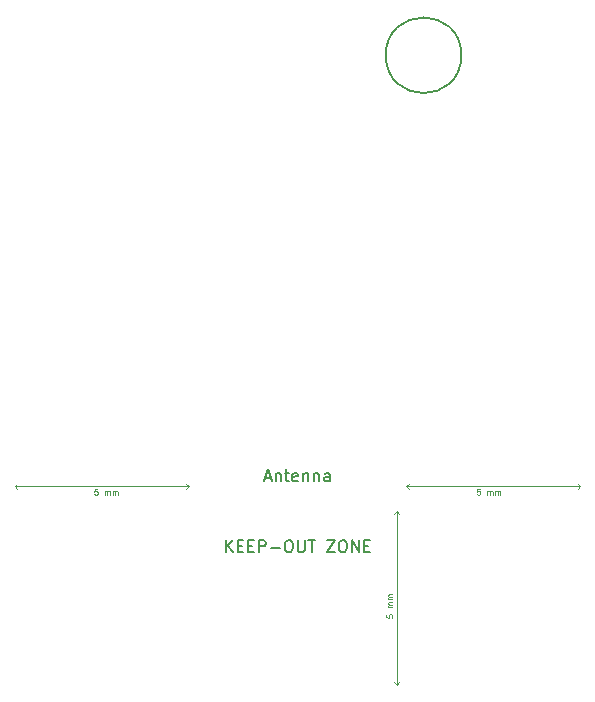
<source format=gbr>
%TF.GenerationSoftware,KiCad,Pcbnew,8.0.7*%
%TF.CreationDate,2024-12-28T12:59:27+01:00*%
%TF.ProjectId,scd30_esp,73636433-305f-4657-9370-2e6b69636164,rev?*%
%TF.SameCoordinates,Original*%
%TF.FileFunction,Other,Comment*%
%FSLAX46Y46*%
G04 Gerber Fmt 4.6, Leading zero omitted, Abs format (unit mm)*
G04 Created by KiCad (PCBNEW 8.0.7) date 2024-12-28 12:59:27*
%MOMM*%
%LPD*%
G01*
G04 APERTURE LIST*
%ADD10C,0.100000*%
%ADD11C,0.150000*%
G04 APERTURE END LIST*
D10*
X50791904Y-76311109D02*
X50553809Y-76311109D01*
X50553809Y-76311109D02*
X50530000Y-76549204D01*
X50530000Y-76549204D02*
X50553809Y-76525395D01*
X50553809Y-76525395D02*
X50601428Y-76501585D01*
X50601428Y-76501585D02*
X50720476Y-76501585D01*
X50720476Y-76501585D02*
X50768095Y-76525395D01*
X50768095Y-76525395D02*
X50791904Y-76549204D01*
X50791904Y-76549204D02*
X50815714Y-76596823D01*
X50815714Y-76596823D02*
X50815714Y-76715871D01*
X50815714Y-76715871D02*
X50791904Y-76763490D01*
X50791904Y-76763490D02*
X50768095Y-76787300D01*
X50768095Y-76787300D02*
X50720476Y-76811109D01*
X50720476Y-76811109D02*
X50601428Y-76811109D01*
X50601428Y-76811109D02*
X50553809Y-76787300D01*
X50553809Y-76787300D02*
X50530000Y-76763490D01*
X51410951Y-76811109D02*
X51410951Y-76477776D01*
X51410951Y-76525395D02*
X51434761Y-76501585D01*
X51434761Y-76501585D02*
X51482380Y-76477776D01*
X51482380Y-76477776D02*
X51553808Y-76477776D01*
X51553808Y-76477776D02*
X51601427Y-76501585D01*
X51601427Y-76501585D02*
X51625237Y-76549204D01*
X51625237Y-76549204D02*
X51625237Y-76811109D01*
X51625237Y-76549204D02*
X51649046Y-76501585D01*
X51649046Y-76501585D02*
X51696665Y-76477776D01*
X51696665Y-76477776D02*
X51768094Y-76477776D01*
X51768094Y-76477776D02*
X51815713Y-76501585D01*
X51815713Y-76501585D02*
X51839523Y-76549204D01*
X51839523Y-76549204D02*
X51839523Y-76811109D01*
X52077618Y-76811109D02*
X52077618Y-76477776D01*
X52077618Y-76525395D02*
X52101428Y-76501585D01*
X52101428Y-76501585D02*
X52149047Y-76477776D01*
X52149047Y-76477776D02*
X52220475Y-76477776D01*
X52220475Y-76477776D02*
X52268094Y-76501585D01*
X52268094Y-76501585D02*
X52291904Y-76549204D01*
X52291904Y-76549204D02*
X52291904Y-76811109D01*
X52291904Y-76549204D02*
X52315713Y-76501585D01*
X52315713Y-76501585D02*
X52363332Y-76477776D01*
X52363332Y-76477776D02*
X52434761Y-76477776D01*
X52434761Y-76477776D02*
X52482380Y-76501585D01*
X52482380Y-76501585D02*
X52506190Y-76549204D01*
X52506190Y-76549204D02*
X52506190Y-76811109D01*
D11*
X64968095Y-75379104D02*
X65444285Y-75379104D01*
X64872857Y-75664819D02*
X65206190Y-74664819D01*
X65206190Y-74664819D02*
X65539523Y-75664819D01*
X65872857Y-74998152D02*
X65872857Y-75664819D01*
X65872857Y-75093390D02*
X65920476Y-75045771D01*
X65920476Y-75045771D02*
X66015714Y-74998152D01*
X66015714Y-74998152D02*
X66158571Y-74998152D01*
X66158571Y-74998152D02*
X66253809Y-75045771D01*
X66253809Y-75045771D02*
X66301428Y-75141009D01*
X66301428Y-75141009D02*
X66301428Y-75664819D01*
X66634762Y-74998152D02*
X67015714Y-74998152D01*
X66777619Y-74664819D02*
X66777619Y-75521961D01*
X66777619Y-75521961D02*
X66825238Y-75617200D01*
X66825238Y-75617200D02*
X66920476Y-75664819D01*
X66920476Y-75664819D02*
X67015714Y-75664819D01*
X67730000Y-75617200D02*
X67634762Y-75664819D01*
X67634762Y-75664819D02*
X67444286Y-75664819D01*
X67444286Y-75664819D02*
X67349048Y-75617200D01*
X67349048Y-75617200D02*
X67301429Y-75521961D01*
X67301429Y-75521961D02*
X67301429Y-75141009D01*
X67301429Y-75141009D02*
X67349048Y-75045771D01*
X67349048Y-75045771D02*
X67444286Y-74998152D01*
X67444286Y-74998152D02*
X67634762Y-74998152D01*
X67634762Y-74998152D02*
X67730000Y-75045771D01*
X67730000Y-75045771D02*
X67777619Y-75141009D01*
X67777619Y-75141009D02*
X67777619Y-75236247D01*
X67777619Y-75236247D02*
X67301429Y-75331485D01*
X68206191Y-74998152D02*
X68206191Y-75664819D01*
X68206191Y-75093390D02*
X68253810Y-75045771D01*
X68253810Y-75045771D02*
X68349048Y-74998152D01*
X68349048Y-74998152D02*
X68491905Y-74998152D01*
X68491905Y-74998152D02*
X68587143Y-75045771D01*
X68587143Y-75045771D02*
X68634762Y-75141009D01*
X68634762Y-75141009D02*
X68634762Y-75664819D01*
X69110953Y-74998152D02*
X69110953Y-75664819D01*
X69110953Y-75093390D02*
X69158572Y-75045771D01*
X69158572Y-75045771D02*
X69253810Y-74998152D01*
X69253810Y-74998152D02*
X69396667Y-74998152D01*
X69396667Y-74998152D02*
X69491905Y-75045771D01*
X69491905Y-75045771D02*
X69539524Y-75141009D01*
X69539524Y-75141009D02*
X69539524Y-75664819D01*
X70444286Y-75664819D02*
X70444286Y-75141009D01*
X70444286Y-75141009D02*
X70396667Y-75045771D01*
X70396667Y-75045771D02*
X70301429Y-74998152D01*
X70301429Y-74998152D02*
X70110953Y-74998152D01*
X70110953Y-74998152D02*
X70015715Y-75045771D01*
X70444286Y-75617200D02*
X70349048Y-75664819D01*
X70349048Y-75664819D02*
X70110953Y-75664819D01*
X70110953Y-75664819D02*
X70015715Y-75617200D01*
X70015715Y-75617200D02*
X69968096Y-75521961D01*
X69968096Y-75521961D02*
X69968096Y-75426723D01*
X69968096Y-75426723D02*
X70015715Y-75331485D01*
X70015715Y-75331485D02*
X70110953Y-75283866D01*
X70110953Y-75283866D02*
X70349048Y-75283866D01*
X70349048Y-75283866D02*
X70444286Y-75236247D01*
X61658571Y-81664819D02*
X61658571Y-80664819D01*
X62229999Y-81664819D02*
X61801428Y-81093390D01*
X62229999Y-80664819D02*
X61658571Y-81236247D01*
X62658571Y-81141009D02*
X62991904Y-81141009D01*
X63134761Y-81664819D02*
X62658571Y-81664819D01*
X62658571Y-81664819D02*
X62658571Y-80664819D01*
X62658571Y-80664819D02*
X63134761Y-80664819D01*
X63563333Y-81141009D02*
X63896666Y-81141009D01*
X64039523Y-81664819D02*
X63563333Y-81664819D01*
X63563333Y-81664819D02*
X63563333Y-80664819D01*
X63563333Y-80664819D02*
X64039523Y-80664819D01*
X64468095Y-81664819D02*
X64468095Y-80664819D01*
X64468095Y-80664819D02*
X64849047Y-80664819D01*
X64849047Y-80664819D02*
X64944285Y-80712438D01*
X64944285Y-80712438D02*
X64991904Y-80760057D01*
X64991904Y-80760057D02*
X65039523Y-80855295D01*
X65039523Y-80855295D02*
X65039523Y-80998152D01*
X65039523Y-80998152D02*
X64991904Y-81093390D01*
X64991904Y-81093390D02*
X64944285Y-81141009D01*
X64944285Y-81141009D02*
X64849047Y-81188628D01*
X64849047Y-81188628D02*
X64468095Y-81188628D01*
X65468095Y-81283866D02*
X66230000Y-81283866D01*
X66896666Y-80664819D02*
X67087142Y-80664819D01*
X67087142Y-80664819D02*
X67182380Y-80712438D01*
X67182380Y-80712438D02*
X67277618Y-80807676D01*
X67277618Y-80807676D02*
X67325237Y-80998152D01*
X67325237Y-80998152D02*
X67325237Y-81331485D01*
X67325237Y-81331485D02*
X67277618Y-81521961D01*
X67277618Y-81521961D02*
X67182380Y-81617200D01*
X67182380Y-81617200D02*
X67087142Y-81664819D01*
X67087142Y-81664819D02*
X66896666Y-81664819D01*
X66896666Y-81664819D02*
X66801428Y-81617200D01*
X66801428Y-81617200D02*
X66706190Y-81521961D01*
X66706190Y-81521961D02*
X66658571Y-81331485D01*
X66658571Y-81331485D02*
X66658571Y-80998152D01*
X66658571Y-80998152D02*
X66706190Y-80807676D01*
X66706190Y-80807676D02*
X66801428Y-80712438D01*
X66801428Y-80712438D02*
X66896666Y-80664819D01*
X67753809Y-80664819D02*
X67753809Y-81474342D01*
X67753809Y-81474342D02*
X67801428Y-81569580D01*
X67801428Y-81569580D02*
X67849047Y-81617200D01*
X67849047Y-81617200D02*
X67944285Y-81664819D01*
X67944285Y-81664819D02*
X68134761Y-81664819D01*
X68134761Y-81664819D02*
X68229999Y-81617200D01*
X68229999Y-81617200D02*
X68277618Y-81569580D01*
X68277618Y-81569580D02*
X68325237Y-81474342D01*
X68325237Y-81474342D02*
X68325237Y-80664819D01*
X68658571Y-80664819D02*
X69229999Y-80664819D01*
X68944285Y-81664819D02*
X68944285Y-80664819D01*
X70230000Y-80664819D02*
X70896666Y-80664819D01*
X70896666Y-80664819D02*
X70230000Y-81664819D01*
X70230000Y-81664819D02*
X70896666Y-81664819D01*
X71468095Y-80664819D02*
X71658571Y-80664819D01*
X71658571Y-80664819D02*
X71753809Y-80712438D01*
X71753809Y-80712438D02*
X71849047Y-80807676D01*
X71849047Y-80807676D02*
X71896666Y-80998152D01*
X71896666Y-80998152D02*
X71896666Y-81331485D01*
X71896666Y-81331485D02*
X71849047Y-81521961D01*
X71849047Y-81521961D02*
X71753809Y-81617200D01*
X71753809Y-81617200D02*
X71658571Y-81664819D01*
X71658571Y-81664819D02*
X71468095Y-81664819D01*
X71468095Y-81664819D02*
X71372857Y-81617200D01*
X71372857Y-81617200D02*
X71277619Y-81521961D01*
X71277619Y-81521961D02*
X71230000Y-81331485D01*
X71230000Y-81331485D02*
X71230000Y-80998152D01*
X71230000Y-80998152D02*
X71277619Y-80807676D01*
X71277619Y-80807676D02*
X71372857Y-80712438D01*
X71372857Y-80712438D02*
X71468095Y-80664819D01*
X72325238Y-81664819D02*
X72325238Y-80664819D01*
X72325238Y-80664819D02*
X72896666Y-81664819D01*
X72896666Y-81664819D02*
X72896666Y-80664819D01*
X73372857Y-81141009D02*
X73706190Y-81141009D01*
X73849047Y-81664819D02*
X73372857Y-81664819D01*
X73372857Y-81664819D02*
X73372857Y-80664819D01*
X73372857Y-80664819D02*
X73849047Y-80664819D01*
D10*
X75256109Y-86948095D02*
X75256109Y-87186190D01*
X75256109Y-87186190D02*
X75494204Y-87209999D01*
X75494204Y-87209999D02*
X75470395Y-87186190D01*
X75470395Y-87186190D02*
X75446585Y-87138571D01*
X75446585Y-87138571D02*
X75446585Y-87019523D01*
X75446585Y-87019523D02*
X75470395Y-86971904D01*
X75470395Y-86971904D02*
X75494204Y-86948095D01*
X75494204Y-86948095D02*
X75541823Y-86924285D01*
X75541823Y-86924285D02*
X75660871Y-86924285D01*
X75660871Y-86924285D02*
X75708490Y-86948095D01*
X75708490Y-86948095D02*
X75732300Y-86971904D01*
X75732300Y-86971904D02*
X75756109Y-87019523D01*
X75756109Y-87019523D02*
X75756109Y-87138571D01*
X75756109Y-87138571D02*
X75732300Y-87186190D01*
X75732300Y-87186190D02*
X75708490Y-87209999D01*
X75756109Y-86329048D02*
X75422776Y-86329048D01*
X75470395Y-86329048D02*
X75446585Y-86305238D01*
X75446585Y-86305238D02*
X75422776Y-86257619D01*
X75422776Y-86257619D02*
X75422776Y-86186191D01*
X75422776Y-86186191D02*
X75446585Y-86138572D01*
X75446585Y-86138572D02*
X75494204Y-86114762D01*
X75494204Y-86114762D02*
X75756109Y-86114762D01*
X75494204Y-86114762D02*
X75446585Y-86090953D01*
X75446585Y-86090953D02*
X75422776Y-86043334D01*
X75422776Y-86043334D02*
X75422776Y-85971905D01*
X75422776Y-85971905D02*
X75446585Y-85924286D01*
X75446585Y-85924286D02*
X75494204Y-85900476D01*
X75494204Y-85900476D02*
X75756109Y-85900476D01*
X75756109Y-85662381D02*
X75422776Y-85662381D01*
X75470395Y-85662381D02*
X75446585Y-85638571D01*
X75446585Y-85638571D02*
X75422776Y-85590952D01*
X75422776Y-85590952D02*
X75422776Y-85519524D01*
X75422776Y-85519524D02*
X75446585Y-85471905D01*
X75446585Y-85471905D02*
X75494204Y-85448095D01*
X75494204Y-85448095D02*
X75756109Y-85448095D01*
X75494204Y-85448095D02*
X75446585Y-85424286D01*
X75446585Y-85424286D02*
X75422776Y-85376667D01*
X75422776Y-85376667D02*
X75422776Y-85305238D01*
X75422776Y-85305238D02*
X75446585Y-85257619D01*
X75446585Y-85257619D02*
X75494204Y-85233809D01*
X75494204Y-85233809D02*
X75756109Y-85233809D01*
X83191904Y-76311109D02*
X82953809Y-76311109D01*
X82953809Y-76311109D02*
X82930000Y-76549204D01*
X82930000Y-76549204D02*
X82953809Y-76525395D01*
X82953809Y-76525395D02*
X83001428Y-76501585D01*
X83001428Y-76501585D02*
X83120476Y-76501585D01*
X83120476Y-76501585D02*
X83168095Y-76525395D01*
X83168095Y-76525395D02*
X83191904Y-76549204D01*
X83191904Y-76549204D02*
X83215714Y-76596823D01*
X83215714Y-76596823D02*
X83215714Y-76715871D01*
X83215714Y-76715871D02*
X83191904Y-76763490D01*
X83191904Y-76763490D02*
X83168095Y-76787300D01*
X83168095Y-76787300D02*
X83120476Y-76811109D01*
X83120476Y-76811109D02*
X83001428Y-76811109D01*
X83001428Y-76811109D02*
X82953809Y-76787300D01*
X82953809Y-76787300D02*
X82930000Y-76763490D01*
X83810951Y-76811109D02*
X83810951Y-76477776D01*
X83810951Y-76525395D02*
X83834761Y-76501585D01*
X83834761Y-76501585D02*
X83882380Y-76477776D01*
X83882380Y-76477776D02*
X83953808Y-76477776D01*
X83953808Y-76477776D02*
X84001427Y-76501585D01*
X84001427Y-76501585D02*
X84025237Y-76549204D01*
X84025237Y-76549204D02*
X84025237Y-76811109D01*
X84025237Y-76549204D02*
X84049046Y-76501585D01*
X84049046Y-76501585D02*
X84096665Y-76477776D01*
X84096665Y-76477776D02*
X84168094Y-76477776D01*
X84168094Y-76477776D02*
X84215713Y-76501585D01*
X84215713Y-76501585D02*
X84239523Y-76549204D01*
X84239523Y-76549204D02*
X84239523Y-76811109D01*
X84477618Y-76811109D02*
X84477618Y-76477776D01*
X84477618Y-76525395D02*
X84501428Y-76501585D01*
X84501428Y-76501585D02*
X84549047Y-76477776D01*
X84549047Y-76477776D02*
X84620475Y-76477776D01*
X84620475Y-76477776D02*
X84668094Y-76501585D01*
X84668094Y-76501585D02*
X84691904Y-76549204D01*
X84691904Y-76549204D02*
X84691904Y-76811109D01*
X84691904Y-76549204D02*
X84715713Y-76501585D01*
X84715713Y-76501585D02*
X84763332Y-76477776D01*
X84763332Y-76477776D02*
X84834761Y-76477776D01*
X84834761Y-76477776D02*
X84882380Y-76501585D01*
X84882380Y-76501585D02*
X84906190Y-76549204D01*
X84906190Y-76549204D02*
X84906190Y-76811109D01*
%TO.C,U2*%
X76330000Y-92690000D02*
X76130000Y-92890000D01*
X75930000Y-78410000D02*
X76130000Y-78210000D01*
X58530000Y-76085000D02*
X43790000Y-76085000D01*
X77130000Y-75885000D02*
X76930000Y-76085000D01*
X76130000Y-92890000D02*
X76130000Y-78210000D01*
X43990000Y-75885000D02*
X43790000Y-76085000D01*
X75930000Y-92690000D02*
X76130000Y-92890000D01*
X43990000Y-76285000D02*
X43790000Y-76085000D01*
X91470000Y-75885000D02*
X91670000Y-76085000D01*
X91670000Y-76085000D02*
X76930000Y-76085000D01*
X58330000Y-75885000D02*
X58530000Y-76085000D01*
X58330000Y-76285000D02*
X58530000Y-76085000D01*
X76330000Y-78410000D02*
X76130000Y-78210000D01*
X77130000Y-76285000D02*
X76930000Y-76085000D01*
X91470000Y-76285000D02*
X91670000Y-76085000D01*
D11*
%TO.C,REF\u002A\u002A*%
X81600000Y-39600000D02*
G75*
G02*
X75200000Y-39600000I-3200000J0D01*
G01*
X75200000Y-39600000D02*
G75*
G02*
X81600000Y-39600000I3200000J0D01*
G01*
%TD*%
M02*

</source>
